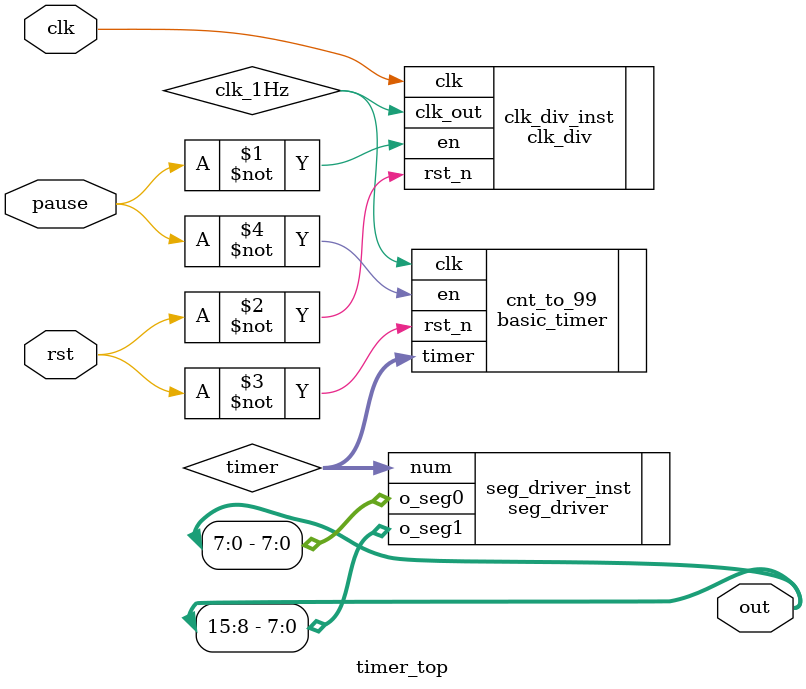
<source format=v>
module timer_top (
    input clk,
    input rst,
    input pause,
    output reg [15:0] out
);
    wire clk_1Hz;
    clk_div #(.freq(10)) clk_div_inst (
        .clk(clk),
        .en(~pause),
        .rst_n(~rst),
        .clk_out(clk_1Hz)
    );
    wire [31:0] timer;
    basic_timer #(.LIMIT(99)) cnt_to_99 (
        .clk(clk_1Hz),
        .rst_n(~rst),
        .en(~pause),
        .timer(timer)
    );
    seg_driver seg_driver_inst (
        .num(timer),
        .o_seg0(out[7:0]),
        .o_seg1(out[15:8])
    );
    
endmodule
</source>
